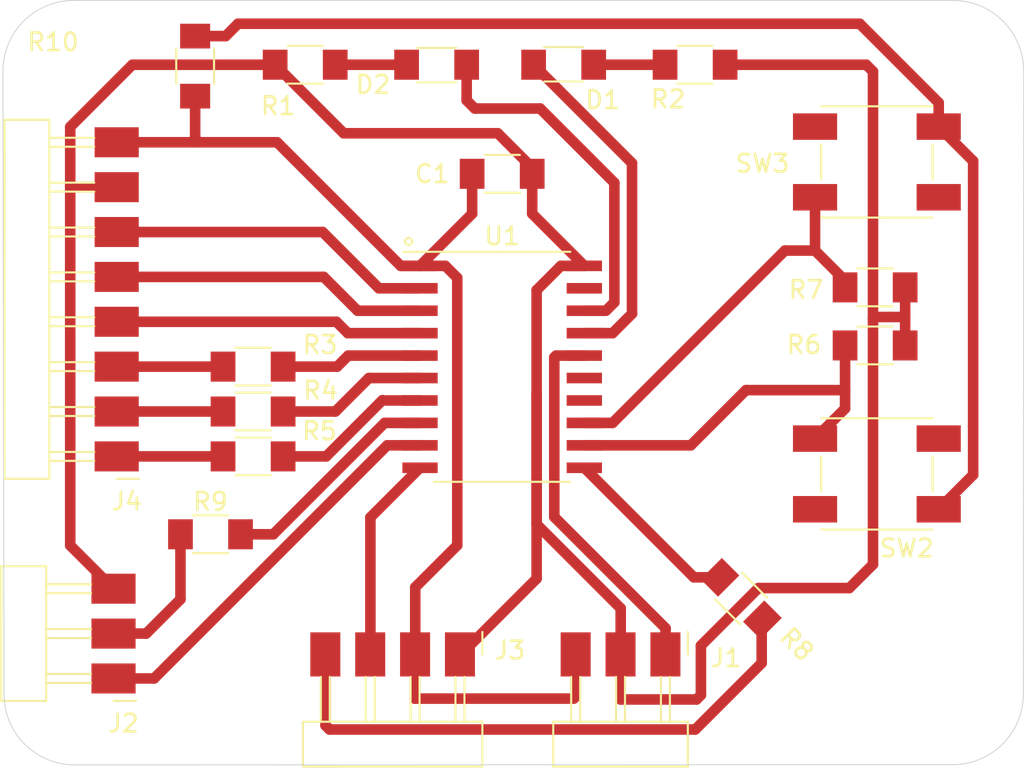
<source format=kicad_pcb>
(kicad_pcb (version 20240108) (generator "pcbnew") (generator_version "8.0")
  (layers (0 "F.Cu" signal) (31 "B.Cu" signal) (34 "B.Paste" user) (35 "F.Paste" user) (36 "B.SilkS" user "B.Silkscreen") (37 "F.SilkS" user "F.Silkscreen") (38 "B.Mask" user) (39 "F.Mask" user) (44 "Edge.Cuts" user))
  (net 0 "")
  (net 1 "UPDI")
  (net 2 "sda")
  (net 3 "scl")
  (net 4 "PA6{slash}DAC")
  (net 5 "PA5")
  (net 6 "Net-(J4-Pin_1)")
  (net 7 "PA4")
  (net 8 "Net-(J4-Pin_2)")
  (net 9 "Net-(J4-Pin_3)")
  (net 10 "Tx")
  (net 11 "Rx")
  (net 12 "led1")
  (net 13 "button1")
  (net 15 "PB5")
  (net 17 "led2")
  (net 18 "PA7")
  (net 20 "PB4")
  (net 21 "gnd")
  (net 22 "Net-(D1-K)")
  (net 23 "Net-(D2-K)")
  (net 24 "Net-(U1-PB0{slash}SCL)")
  (net 25 "Net-(U1-PB3{slash}RXD)")
  (net 26 "vcc")
  (net 27 "button2")
  (net 28 "Net-(R10-Pad2)")
  (footprint "Fabac:PinHeader_1x08_P2.54mm_Horizontal_SMD" (layer "F.Cu") (at 160.43 77.79 180)
    (property "Reference" "J4" (at -1.524 -2.54 180) (layer "F.SilkS") (effects (justify right)))
    (property "Value" "peripherals connector")
    (fp_line (start 6.35 19.05) (end 3.81 19.05) (stroke (width 0.12)) (layer "F.SilkS"))
    (fp_line (start 6.35 -1.27) (end 6.35 19.05) (stroke (width 0.12)) (layer "F.SilkS"))
    (fp_line (start 3.81 19.05) (end 3.81 -1.27) (stroke (width 0.12)) (layer "F.SilkS"))
    (fp_line (start 3.81 18.034) (end 1.27 18.034) (stroke (width 0.12)) (layer "F.SilkS"))
    (fp_line (start 3.81 17.526) (end 1.27 17.526) (stroke (width 0.12)) (layer "F.SilkS"))
    (fp_line (start 3.81 15.494) (end 1.27 15.494) (stroke (width 0.12)) (layer "F.SilkS"))
    (fp_line (start 3.81 14.986) (end 1.27 14.986) (stroke (width 0.12)) (layer "F.SilkS"))
    (fp_line (start 3.81 12.954) (end 1.27 12.954) (stroke (width 0.12)) (layer "F.SilkS"))
    (fp_line (start 3.81 12.446) (end 1.27 12.446) (stroke (width 0.12)) (layer "F.SilkS"))
    (fp_line (start 3.81 10.414) (end 1.27 10.414) (stroke (width 0.12)) (layer "F.SilkS"))
    (fp_line (start 3.81 9.906) (end 1.27 9.906) (stroke (width 0.12)) (layer "F.SilkS"))
    (fp_line (start 3.81 7.874) (end 1.27 7.874) (stroke (width 0.12)) (layer "F.SilkS"))
    (fp_line (start 3.81 7.366) (end 1.27 7.366) (stroke (width 0.12)) (layer "F.SilkS"))
    (fp_line (start 3.81 5.334) (end 1.27 5.334) (stroke (width 0.12)) (layer "F.SilkS"))
    (fp_line (start 3.81 4.826) (end 1.27 4.826) (stroke (width 0.12)) (layer "F.SilkS"))
    (fp_line (start 3.81 2.794) (end 1.27 2.794) (stroke (width 0.12)) (layer "F.SilkS"))
    (fp_line (start 3.81 2.286) (end 1.27 2.286) (stroke (width 0.12)) (layer "F.SilkS"))
    (fp_line (start 3.81 0.254) (end 1.27 0.254) (stroke (width 0.12)) (layer "F.SilkS"))
    (fp_line (start 3.81 -0.254) (end 1.27 -0.254) (stroke (width 0.12)) (layer "F.SilkS"))
    (fp_line (start 3.81 -1.27) (end 6.35 -1.27) (stroke (width 0.12)) (layer "F.SilkS"))
    (fp_line (start -1.27 -1.27) (end 0 -1.27) (stroke (width 0.12)) (layer "F.SilkS"))
    (pad "1" smd rect (at 0 0 180) (size 2.5 1.7) (layers "F.Cu" "F.Paste" "F.Mask") (net 6 "Net-(J4-Pin_1)"))
    (pad "2" smd rect (at 0 2.54 180) (size 2.5 1.7) (layers "F.Cu" "F.Paste" "F.Mask") (net 8 "Net-(J4-Pin_2)"))
    (pad "3" smd rect (at 0 5.08 180) (size 2.5 1.7) (layers "F.Cu" "F.Paste" "F.Mask") (net 9 "Net-(J4-Pin_3)"))
    (pad "4" smd rect (at 0 7.62 180) (size 2.5 1.7) (layers "F.Cu" "F.Paste" "F.Mask") (net 4 "PA6{slash}DAC"))
    (pad "5" smd rect (at 0 10.16 180) (size 2.5 1.7) (layers "F.Cu" "F.Paste" "F.Mask") (net 5 "PA5"))
    (pad "6" smd rect (at 0 12.7 180) (size 2.5 1.7) (layers "F.Cu" "F.Paste" "F.Mask") (net 7 "PA4"))
    (pad "7" smd rect (at 0 15.24 180) (size 2.5 1.7) (layers "F.Cu" "F.Paste" "F.Mask") (net 21 "gnd"))
    (pad "8" smd rect (at 0 17.78 180) (size 2.5 1.7) (layers "F.Cu" "F.Paste" "F.Mask") (net 26 "vcc"))
  )
  (footprint "Fabac:PinHeader_1x03_P2.54mm_Horizontal_SMD" (layer "F.Cu") (at 191.49 89 -90)
    (property "Reference" "J1" (at 0.2 -2.48 180) (layer "F.SilkS") (effects (justify left)))
    (property "Value" "UPDI")
    (fp_line (start 3.81 6.35) (end 3.81 -1.27) (stroke (width 0.12)) (layer "F.SilkS"))
    (fp_line (start 6.35 6.35) (end 3.81 6.35) (stroke (width 0.12)) (layer "F.SilkS"))
    (fp_line (start 3.81 5.334) (end 1.27 5.334) (stroke (width 0.12)) (layer "F.SilkS"))
    (fp_line (start 3.81 4.826) (end 1.27 4.826) (stroke (width 0.12)) (layer "F.SilkS"))
    (fp_line (start 3.81 2.794) (end 1.27 2.794) (stroke (width 0.12)) (layer "F.SilkS"))
    (fp_line (start 3.81 2.286) (end 1.27 2.286) (stroke (width 0.12)) (layer "F.SilkS"))
    (fp_line (start 3.81 0.254) (end 1.27 0.254) (stroke (width 0.12)) (layer "F.SilkS"))
    (fp_line (start 3.81 -0.254) (end 1.27 -0.254) (stroke (width 0.12)) (layer "F.SilkS"))
    (fp_line (start -1.27 -1.27) (end 0 -1.27) (stroke (width 0.12)) (layer "F.SilkS"))
    (fp_line (start 3.81 -1.27) (end 6.35 -1.27) (stroke (width 0.12)) (layer "F.SilkS"))
    (fp_line (start 6.35 -1.27) (end 6.35 6.35) (stroke (width 0.12)) (layer "F.SilkS"))
    (pad "1" smd rect (at 0 0 270) (size 2.5 1.7) (layers "F.Cu" "F.Paste" "F.Mask") (net 1 "UPDI"))
    (pad "2" smd rect (at 0 2.54 270) (size 2.5 1.7) (layers "F.Cu" "F.Paste" "F.Mask") (net 21 "gnd"))
    (pad "3" smd rect (at 0 5.08 270) (size 2.5 1.7) (layers "F.Cu" "F.Paste" "F.Mask") (net 26 "vcc"))
  )
  (footprint "Fabac:R_1206" (layer "F.Cu") (at 171.1 55.62 180)
    (property "Reference" "R1" (at 1.53 -2.34 180) (layer "F.SilkS"))
    (property "Value" "1k")
    (fp_line (start 1 1.07) (end -1 1.07) (stroke (width 0.12)) (layer "F.SilkS"))
    (fp_line (start -1 -1.07) (end 1 -1.07) (stroke (width 0.12)) (layer "F.SilkS"))
    (pad "1" smd rect (at -1.7 0 180) (size 1.4 1.7) (layers "F.Cu" "F.Paste" "F.Mask") (net 23 "Net-(D2-K)"))
    (pad "2" smd rect (at 1.7 0 180) (size 1.4 1.7) (layers "F.Cu" "F.Paste" "F.Mask") (net 21 "gnd"))
  )
  (footprint "Fabac:R_1206" (layer "F.Cu") (at 193.17 55.62)
    (property "Reference" "R2" (at -1.53 1.95 360) (layer "F.SilkS"))
    (property "Value" "1k")
    (fp_line (start -1 -1.07) (end 1 -1.07) (stroke (width 0.12)) (layer "F.SilkS"))
    (fp_line (start 1 1.07) (end -1 1.07) (stroke (width 0.12)) (layer "F.SilkS"))
    (pad "1" smd rect (at -1.7 0) (size 1.4 1.7) (layers "F.Cu" "F.Paste" "F.Mask") (net 22 "Net-(D1-K)"))
    (pad "2" smd rect (at 1.7 0) (size 1.4 1.7) (layers "F.Cu" "F.Paste" "F.Mask") (net 21 "gnd"))
  )
  (footprint "Fabac:R_1206" (layer "F.Cu") (at 168.15 75.25 180)
    (property "Reference" "R4" (at -3.82 1.19 180) (layer "F.SilkS"))
    (property "Value" "1k")
    (fp_line (start 1 1.07) (end -1 1.07) (stroke (width 0.12)) (layer "F.SilkS"))
    (fp_line (start -1 -1.07) (end 1 -1.07) (stroke (width 0.12)) (layer "F.SilkS"))
    (pad "1" smd rect (at -1.7 0 180) (size 1.4 1.7) (layers "F.Cu" "F.Paste" "F.Mask") (net 15 "PB5"))
    (pad "2" smd rect (at 1.7 0 180) (size 1.4 1.7) (layers "F.Cu" "F.Paste" "F.Mask") (net 8 "Net-(J4-Pin_2)"))
  )
  (footprint "Fabac:C_1206" (layer "F.Cu") (at 182.25 61.795)
    (property "Reference" "C1" (at -3.96 0.005 0) (layer "F.SilkS"))
    (property "Value" "1µF")
    (fp_line (start -1 -1.07) (end 1 -1.07) (stroke (width 0.12)) (layer "F.SilkS"))
    (fp_line (start 1 1.07) (end -1 1.07) (stroke (width 0.12)) (layer "F.SilkS"))
    (pad "1" smd rect (at -1.7 0) (size 1.4 1.7) (layers "F.Cu" "F.Paste" "F.Mask") (net 26 "vcc"))
    (pad "2" smd rect (at 1.7 0) (size 1.4 1.7) (layers "F.Cu" "F.Paste" "F.Mask") (net 21 "gnd"))
  )
  (footprint "Fabac:LED_1206" (layer "F.Cu") (at 178.54 55.62)
    (property "Reference" "D2" (at -3.6 1.12 360) (layer "F.SilkS"))
    (property "Value" "LED_1206")
    (fp_line (start -1.1 -0.95) (end 1.1 -0.95) (stroke (width 0.12)) (layer "F.SilkS"))
    (fp_line (start -1.1 1) (end 1.1 1) (stroke (width 0.12)) (layer "F.SilkS"))
    (pad "1" smd rect (at -1.7 0) (size 1.4 1.7) (layers "F.Cu" "F.Paste" "F.Mask") (net 23 "Net-(D2-K)"))
    (pad "2" smd rect (at 1.7 0) (size 1.4 1.7) (layers "F.Cu" "F.Paste" "F.Mask") (net 17 "led2"))
  )
  (footprint "Fabac:Button_Omron_B3SN_6.0x6.0mm" (layer "F.Cu") (at 203.46 61.123334)
    (property "Reference" "SW3" (at -6.48 0.086666 360) (layer "F.SilkS"))
    (property "Value" "Switch_Tactile_Omron")
    (fp_line (start -3.15 -3.15) (end 3.15 -3.15) (stroke (width 0.12)) (layer "F.SilkS"))
    (fp_line (start -3.15 1) (end -3.15 -1) (stroke (width 0.12)) (layer "F.SilkS"))
    (fp_line (start 3.15 -1) (end 3.15 1) (stroke (width 0.12)) (layer "F.SilkS"))
    (fp_line (start 3.15 3.15) (end -3.15 3.15) (stroke (width 0.12)) (layer "F.SilkS"))
    (pad "1" smd rect (at -3.5 -2) (size 2.5 1.5) (layers "F.Cu" "F.Paste" "F.Mask") (net 28 "Net-(R10-Pad2)"))
    (pad "1" smd rect (at 3.5 -2) (size 2.5 1.5) (layers "F.Cu" "F.Paste" "F.Mask") (net 28 "Net-(R10-Pad2)"))
    (pad "2" smd rect (at -3.5 2) (size 2.5 1.5) (layers "F.Cu" "F.Paste" "F.Mask") (net 27 "button2"))
    (pad "2" smd rect (at 3.5 2) (size 2.5 1.5) (layers "F.Cu" "F.Paste" "F.Mask") (net 27 "button2"))
  )
  (footprint "Fabac:R_1206" (layer "F.Cu") (at 164.87 55.7 90)
    (property "Reference" "R10" (at 1.36 -8.04 0) (layer "F.SilkS"))
    (property "Value" "0 Ohm")
    (fp_line (start -1 -1.07) (end 1 -1.07) (stroke (width 0.12)) (layer "F.SilkS"))
    (fp_line (start 1 1.07) (end -1 1.07) (stroke (width 0.12)) (layer "F.SilkS"))
    (pad "1" smd rect (at -1.7 0 90) (size 1.4 1.7) (layers "F.Cu" "F.Paste" "F.Mask") (net 26 "vcc"))
    (pad "2" smd rect (at 1.7 0 90) (size 1.4 1.7) (layers "F.Cu" "F.Paste" "F.Mask") (net 28 "Net-(R10-Pad2)"))
  )
  (footprint "Fabac:R_1206" (layer "F.Cu") (at 203.36 68.223334)
    (property "Reference" "R7" (at -3.91 0.136666 360) (layer "F.SilkS"))
    (property "Value" "1k")
    (fp_line (start -1 -1.07) (end 1 -1.07) (stroke (width 0.12)) (layer "F.SilkS"))
    (fp_line (start 1 1.07) (end -1 1.07) (stroke (width 0.12)) (layer "F.SilkS"))
    (pad "1" smd rect (at -1.7 0) (size 1.4 1.7) (layers "F.Cu" "F.Paste" "F.Mask") (net 27 "button2"))
    (pad "2" smd rect (at 1.7 0) (size 1.4 1.7) (layers "F.Cu" "F.Paste" "F.Mask") (net 21 "gnd"))
  )
  (footprint "Fabac:R_1206" (layer "F.Cu") (at 195.777918 85.837914 135)
    (property "Reference" "R8" (at -4.06174 0.395977 315) (layer "F.SilkS"))
    (property "Value" "0 Ohm")
    (fp_line (start -1 -1.07) (end 1 -1.07) (stroke (width 0.12)) (layer "F.SilkS"))
    (fp_line (start 1 1.07) (end -1 1.07) (stroke (width 0.12)) (layer "F.SilkS"))
    (pad "1" smd rect (at -1.700001 0 135) (size 1.4 1.7) (layers "F.Cu" "F.Paste" "F.Mask") (net 3 "scl"))
    (pad "2" smd rect (at 1.700001 0 135) (size 1.4 1.7) (layers "F.Cu" "F.Paste" "F.Mask") (net 24 "Net-(U1-PB0{slash}SCL)"))
  )
  (footprint "Fabac:LED_1206" (layer "F.Cu") (at 185.73 55.62 180)
    (property "Reference" "D1" (at -2.21 -1.99 180) (layer "F.SilkS"))
    (property "Value" "LED_1206")
    (fp_line (start -1.1 1) (end 1.1 1) (stroke (width 0.12)) (layer "F.SilkS"))
    (fp_line (start -1.1 -0.95) (end 1.1 -0.95) (stroke (width 0.12)) (layer "F.SilkS"))
    (pad "1" smd rect (at -1.7 0 180) (size 1.4 1.7) (layers "F.Cu" "F.Paste" "F.Mask") (net 22 "Net-(D1-K)"))
    (pad "2" smd rect (at 1.7 0 180) (size 1.4 1.7) (layers "F.Cu" "F.Paste" "F.Mask") (net 12 "led1"))
  )
  (footprint "Fabac:R_1206" (layer "F.Cu") (at 168.15 72.71 180)
    (property "Reference" "R3" (at -3.79 1.24 180) (layer "F.SilkS"))
    (property "Value" "1k")
    (fp_line (start 1 1.07) (end -1 1.07) (stroke (width 0.12)) (layer "F.SilkS"))
    (fp_line (start -1 -1.07) (end 1 -1.07) (stroke (width 0.12)) (layer "F.SilkS"))
    (pad "1" smd rect (at -1.7 0 180) (size 1.4 1.7) (layers "F.Cu" "F.Paste" "F.Mask") (net 18 "PA7"))
    (pad "2" smd rect (at 1.7 0 180) (size 1.4 1.7) (layers "F.Cu" "F.Paste" "F.Mask") (net 9 "Net-(J4-Pin_3)"))
  )
  (footprint "Fabac:PinHeader_1x04_P2.54mm_Horizontal_SMD" (layer "F.Cu") (at 179.86 89 -90)
    (property "Reference" "J3" (at -0.23 -1.87 180) (layer "F.SilkS") (effects (justify left)))
    (property "Value" "I2C Output")
    (fp_line (start 3.81 8.89) (end 3.81 -1.27) (stroke (width 0.12)) (layer "F.SilkS"))
    (fp_line (start 6.35 8.89) (end 3.81 8.89) (stroke (width 0.12)) (layer "F.SilkS"))
    (fp_line (start 3.81 7.874) (end 1.27 7.874) (stroke (width 0.12)) (layer "F.SilkS"))
    (fp_line (start 3.81 7.366) (end 1.27 7.366) (stroke (width 0.12)) (layer "F.SilkS"))
    (fp_line (start 3.81 5.334) (end 1.27 5.334) (stroke (width 0.12)) (layer "F.SilkS"))
    (fp_line (start 3.81 4.826) (end 1.27 4.826) (stroke (width 0.12)) (layer "F.SilkS"))
    (fp_line (start 3.81 2.794) (end 1.27 2.794) (stroke (width 0.12)) (layer "F.SilkS"))
    (fp_line (start 3.81 2.286) (end 1.27 2.286) (stroke (width 0.12)) (layer "F.SilkS"))
    (fp_line (start 3.81 0.254) (end 1.27 0.254) (stroke (width 0.12)) (layer "F.SilkS"))
    (fp_line (start 3.81 -0.254) (end 1.27 -0.254) (stroke (width 0.12)) (layer "F.SilkS"))
    (fp_line (start -1.27 -1.27) (end 0 -1.27) (stroke (width 0.12)) (layer "F.SilkS"))
    (fp_line (start 3.81 -1.27) (end 6.35 -1.27) (stroke (width 0.12)) (layer "F.SilkS"))
    (fp_line (start 6.35 -1.27) (end 6.35 8.89) (stroke (width 0.12)) (layer "F.SilkS"))
    (pad "1" smd rect (at 0 0 270) (size 2.5 1.7) (layers "F.Cu" "F.Paste" "F.Mask") (net 21 "gnd"))
    (pad "2" smd rect (at 0 2.54 270) (size 2.5 1.7) (layers "F.Cu" "F.Paste" "F.Mask") (net 26 "vcc"))
    (pad "3" smd rect (at 0 5.08 270) (size 2.5 1.7) (layers "F.Cu" "F.Paste" "F.Mask") (net 2 "sda"))
    (pad "4" smd rect (at 0 7.62 270) (size 2.5 1.7) (layers "F.Cu" "F.Paste" "F.Mask") (net 3 "scl"))
  )
  (footprint "Fabac:Button_Omron_B3SN_6.0x6.0mm" (layer "F.Cu") (at 203.46 78.783334 180)
    (property "Reference" "SW2" (at -1.69 -4.206666 180) (layer "F.SilkS"))
    (property "Value" "Switch_Tactile_Omron")
    (fp_line (start 3.15 3.15) (end -3.15 3.15) (stroke (width 0.12)) (layer "F.SilkS"))
    (fp_line (start 3.15 -1) (end 3.15 1) (stroke (width 0.12)) (layer "F.SilkS"))
    (fp_line (start -3.15 1) (end -3.15 -1) (stroke (width 0.12)) (layer "F.SilkS"))
    (fp_line (start -3.15 -3.15) (end 3.15 -3.15) (stroke (width 0.12)) (layer "F.SilkS"))
    (pad "1" smd rect (at -3.5 -2 180) (size 2.5 1.5) (layers "F.Cu" "F.Paste" "F.Mask") (net 28 "Net-(R10-Pad2)"))
    (pad "1" smd rect (at 3.5 -2 180) (size 2.5 1.5) (layers "F.Cu" "F.Paste" "F.Mask") (net 28 "Net-(R10-Pad2)"))
    (pad "2" smd rect (at -3.5 2 180) (size 2.5 1.5) (layers "F.Cu" "F.Paste" "F.Mask") (net 13 "button1"))
    (pad "2" smd rect (at 3.5 2 180) (size 2.5 1.5) (layers "F.Cu" "F.Paste" "F.Mask") (net 13 "button1"))
  )
  (footprint "Fabac:SOIC-20_7.5x12.8mm_P1.27mm" (layer "F.Cu") (at 182.25 72.72)
    (property "Reference" "U1" (at 0 -7.4 0) (layer "F.SilkS"))
    (property "Value" "Microcontroller_ATtiny3216-SFR")
    (fp_line (start 0 -6.51) (end -5.6 -6.51) (stroke (width 0.12)) (layer "F.SilkS"))
    (fp_line (start 0 -6.51) (end 3.86 -6.51) (stroke (width 0.12)) (layer "F.SilkS"))
    (fp_line (start 0 6.51) (end -3.86 6.51) (stroke (width 0.12)) (layer "F.SilkS"))
    (fp_line (start 0 6.51) (end 3.86 6.51) (stroke (width 0.12)) (layer "F.SilkS"))
    (fp_circle (center -5.3 -7.1) (end -5.1 -7.1) (stroke (width 0.12)) (fill none) (layer "F.SilkS"))
    (pad "1" smd rect (at -4.65 -5.715) (size 2 0.6) (layers "F.Cu" "F.Paste" "F.Mask") (net 26 "vcc"))
    (pad "2" smd rect (at -4.65 -4.445) (size 2 0.6) (layers "F.Cu" "F.Paste" "F.Mask") (net 7 "PA4"))
    (pad "3" smd rect (at -4.65 -3.175) (size 2 0.6) (layers "F.Cu" "F.Paste" "F.Mask") (net 5 "PA5"))
    (pad "4" smd rect (at -4.65 -1.905) (size 2 0.6) (layers "F.Cu" "F.Paste" "F.Mask") (net 4 "PA6{slash}DAC"))
    (pad "5" smd rect (at -4.65 -0.635) (size 2 0.6) (layers "F.Cu" "F.Paste" "F.Mask") (net 18 "PA7"))
    (pad "6" smd rect (at -4.65 0.635) (size 2 0.6) (layers "F.Cu" "F.Paste" "F.Mask") (net 15 "PB5"))
    (pad "7" smd rect (at -4.65 1.905) (size 2 0.6) (layers "F.Cu" "F.Paste" "F.Mask") (net 20 "PB4"))
    (pad "8" smd rect (at -4.65 3.175) (size 2 0.6) (layers "F.Cu" "F.Paste" "F.Mask") (net 25 "Net-(U1-PB3{slash}RXD)"))
    (pad "9" smd rect (at -4.65 4.445) (size 2 0.6) (layers "F.Cu" "F.Paste" "F.Mask") (net 10 "Tx"))
    (pad "10" smd rect (at -4.65 5.715) (size 2 0.6) (layers "F.Cu" "F.Paste" "F.Mask") (net 2 "sda"))
    (pad "11" smd rect (at 4.65 5.715) (size 2 0.6) (layers "F.Cu" "F.Paste" "F.Mask") (net 24 "Net-(U1-PB0{slash}SCL)"))
    (pad "12" smd rect (at 4.65 4.445) (size 2 0.6) (layers "F.Cu" "F.Paste" "F.Mask") (net 13 "button1"))
    (pad "13" smd rect (at 4.65 3.175) (size 2 0.6) (layers "F.Cu" "F.Paste" "F.Mask") (net 27 "button2"))
    (pad "14" smd rect (at 4.65 1.905) (size 2 0.6) (layers "F.Cu" "F.Paste" "F.Mask"))
    (pad "15" smd rect (at 4.65 0.635) (size 2 0.6) (layers "F.Cu" "F.Paste" "F.Mask"))
    (pad "16" smd rect (at 4.65 -0.635) (size 2 0.6) (layers "F.Cu" "F.Paste" "F.Mask") (net 1 "UPDI"))
    (pad "17" smd rect (at 4.65 -1.905) (size 2 0.6) (layers "F.Cu" "F.Paste" "F.Mask") (net 12 "led1"))
    (pad "18" smd rect (at 4.65 -3.175) (size 2 0.6) (layers "F.Cu" "F.Paste" "F.Mask") (net 17 "led2"))
    (pad "19" smd rect (at 4.65 -4.445) (size 2 0.6) (layers "F.Cu" "F.Paste" "F.Mask"))
    (pad "20" smd rect (at 4.65 -5.715) (size 2 0.6) (layers "F.Cu" "F.Paste" "F.Mask") (net 21 "gnd"))
  )
  (footprint "Fabac:PinHeader_1x03_P2.54mm_Horizontal_SMD" (layer "F.Cu") (at 160.25 90.36 180)
    (property "Reference" "J2" (at -1.524 -2.54 180) (layer "F.SilkS") (effects (justify right)))
    (property "Value" "UART")
    (fp_line (start 6.35 6.35) (end 3.81 6.35) (stroke (width 0.12)) (layer "F.SilkS"))
    (fp_line (start 6.35 -1.27) (end 6.35 6.35) (stroke (width 0.12)) (layer "F.SilkS"))
    (fp_line (start 3.81 6.35) (end 3.81 -1.27) (stroke (width 0.12)) (layer "F.SilkS"))
    (fp_line (start 3.81 5.334) (end 1.27 5.334) (stroke (width 0.12)) (layer "F.SilkS"))
    (fp_line (start 3.81 4.826) (end 1.27 4.826) (stroke (width 0.12)) (layer "F.SilkS"))
    (fp_line (start 3.81 2.794) (end 1.27 2.794) (stroke (width 0.12)) (layer "F.SilkS"))
    (fp_line (start 3.81 2.286) (end 1.27 2.286) (stroke (width 0.12)) (layer "F.SilkS"))
    (fp_line (start 3.81 0.254) (end 1.27 0.254) (stroke (width 0.12)) (layer "F.SilkS"))
    (fp_line (start 3.81 -0.254) (end 1.27 -0.254) (stroke (width 0.12)) (layer "F.SilkS"))
    (fp_line (start 3.81 -1.27) (end 6.35 -1.27) (stroke (width 0.12)) (layer "F.SilkS"))
    (fp_line (start -1.27 -1.27) (end 0 -1.27) (stroke (width 0.12)) (layer "F.SilkS"))
    (pad "1" smd rect (at 0 0 180) (size 2.5 1.7) (layers "F.Cu" "F.Paste" "F.Mask") (net 10 "Tx"))
    (pad "2" smd rect (at 0 2.54 180) (size 2.5 1.7) (layers "F.Cu" "F.Paste" "F.Mask") (net 11 "Rx"))
    (pad "3" smd rect (at 0 5.08 180) (size 2.5 1.7) (layers "F.Cu" "F.Paste" "F.Mask") (net 21 "gnd"))
  )
  (footprint "Fabac:R_1206" (layer "F.Cu") (at 203.36 71.51)
    (property "Reference" "R6" (at -4.03 -0.04 360) (layer "F.SilkS"))
    (property "Value" "1k")
    (fp_line (start -1 -1.07) (end 1 -1.07) (stroke (width 0.12)) (layer "F.SilkS"))
    (fp_line (start 1 1.07) (end -1 1.07) (stroke (width 0.12)) (layer "F.SilkS"))
    (pad "1" smd rect (at -1.7 0) (size 1.4 1.7) (layers "F.Cu" "F.Paste" "F.Mask") (net 13 "button1"))
    (pad "2" smd rect (at 1.7 0) (size 1.4 1.7) (layers "F.Cu" "F.Paste" "F.Mask") (net 21 "gnd"))
  )
  (footprint "Fabac:R_1206" (layer "F.Cu") (at 168.15 77.79 180)
    (property "Reference" "R5" (at -3.76 1.43 180) (layer "F.SilkS"))
    (property "Value" "1k")
    (fp_line (start 1 1.07) (end -1 1.07) (stroke (width 0.12)) (layer "F.SilkS"))
    (fp_line (start -1 -1.07) (end 1 -1.07) (stroke (width 0.12)) (layer "F.SilkS"))
    (pad "1" smd rect (at -1.7 0 180) (size 1.4 1.7) (layers "F.Cu" "F.Paste" "F.Mask") (net 20 "PB4"))
    (pad "2" smd rect (at 1.7 0 180) (size 1.4 1.7) (layers "F.Cu" "F.Paste" "F.Mask") (net 6 "Net-(J4-Pin_1)"))
  )
  (footprint "Fabac:R_1206" (layer "F.Cu") (at 165.74 82.2)
    (property "Reference" "R9" (at 0 -1.85 0) (layer "F.SilkS"))
    (property "Value" "1k")
    (fp_line (start -1 -1.07) (end 1 -1.07) (stroke (width 0.12)) (layer "F.SilkS"))
    (fp_line (start 1 1.07) (end -1 1.07) (stroke (width 0.12)) (layer "F.SilkS"))
    (pad "1" smd rect (at -1.7 0) (size 1.4 1.7) (layers "F.Cu" "F.Paste" "F.Mask") (net 11 "Rx"))
    (pad "2" smd rect (at 1.7 0) (size 1.4 1.7) (layers "F.Cu" "F.Paste" "F.Mask") (net 25 "Net-(U1-PB3{slash}RXD)"))
  )
  (gr_arc (start 207.771573 51.981573) (mid 210.6 53.153146) (end 211.771573 55.981573) (stroke (width 0.05)) (layer "Edge.Cuts"))
  (gr_arc (start 153.991573 55.981573) (mid 155.163146 53.153146) (end 157.991573 51.981573) (stroke (width 0.05)) (layer "Edge.Cuts"))
  (gr_line (start 207.75 95.24) (end 158.051573 95.251573) (stroke (width 0.05)) (layer "Edge.Cuts"))
  (gr_arc (start 158.051573 95.251573) (mid 155.223146 94.08) (end 154.051573 91.251573) (stroke (width 0.05)) (layer "Edge.Cuts"))
  (gr_line (start 157.991573 51.981573) (end 207.771573 51.981573) (stroke (width 0.05)) (layer "Edge.Cuts"))
  (gr_arc (start 211.75 91.24) (mid 210.578427 94.068427) (end 207.75 95.24) (stroke (width 0.05)) (layer "Edge.Cuts"))
  (gr_line (start 211.771573 55.981573) (end 211.75 91.24) (stroke (width 0.05)) (layer "Edge.Cuts"))
  (gr_line (start 153.991573 55.981573) (end 154.051573 91.251573) (stroke (width 0.05)) (layer "Edge.Cuts"))
  (segment (start 185.2 81.22) (end 191.5 87.52) (width 0.6) (layer "F.Cu") (net 1))
  (segment (start 186.9 72.085) (end 185.3 72.085) (width 0.6) (layer "F.Cu") (net 1))
  (segment (start 185.3 72.085) (end 185.2 72.185) (width 0.6) (layer "F.Cu") (net 1))
  (segment (start 185.2 72.185) (end 185.2 81.22) (width 0.6) (layer "F.Cu") (net 1))
  (segment (start 191.5 87.52) (end 191.5 89.04) (width 0.6) (layer "F.Cu") (net 1))
  (segment (start 177.6 78.435) (end 174.79 81.245) (width 0.6) (layer "F.Cu") (net 2))
  (segment (start 174.79 81.245) (end 174.79 89.04) (width 0.6) (layer "F.Cu") (net 2))
  (segment (start 196.94 89.49) (end 193.18 93.25) (width 0.6) (layer "F.Cu") (net 3))
  (segment (start 172.48 93.25) (end 172.25 93.02) (width 0.6) (layer "F.Cu") (net 3))
  (segment (start 196.94 87.17) (end 196.94 89.49) (width 0.6) (layer "F.Cu") (net 3))
  (segment (start 193.18 93.25) (end 172.48 93.25) (width 0.6) (layer "F.Cu") (net 3))
  (segment (start 196.98 87.039996) (end 196.98 87.13) (width 0.6) (layer "F.Cu") (net 3))
  (segment (start 172.25 93.02) (end 172.25 89.04) (width 0.6) (layer "F.Cu") (net 3))
  (segment (start 196.98 87.13) (end 196.94 87.17) (width 0.6) (layer "F.Cu") (net 3))
  (segment (start 160.43 70.17) (end 172.87 70.17) (width 0.6) (layer "F.Cu") (net 4))
  (segment (start 172.87 70.17) (end 173.515 70.815) (width 0.6) (layer "F.Cu") (net 4))
  (segment (start 173.515 70.815) (end 177.6 70.815) (width 0.6) (layer "F.Cu") (net 4))
  (segment (start 172.15 67.63) (end 174.065 69.545) (width 0.6) (layer "F.Cu") (net 5))
  (segment (start 174.065 69.545) (end 177.6 69.545) (width 0.6) (layer "F.Cu") (net 5))
  (segment (start 160.43 67.63) (end 172.15 67.63) (width 0.6) (layer "F.Cu") (net 5))
  (segment (start 166.45 77.79) (end 160.43 77.79) (width 0.6) (layer "F.Cu") (net 6))
  (segment (start 177.6 68.275) (end 175.275 68.275) (width 0.6) (layer "F.Cu") (net 7))
  (segment (start 172.09 65.09) (end 160.43 65.09) (width 0.6) (layer "F.Cu") (net 7))
  (segment (start 175.275 68.275) (end 172.09 65.09) (width 0.6) (layer "F.Cu") (net 7))
  (segment (start 166.45 75.25) (end 160.43 75.25) (width 0.6) (layer "F.Cu") (net 8))
  (segment (start 166.45 72.71) (end 160.43 72.71) (width 0.6) (layer "F.Cu") (net 9))
  (segment (start 175.743428 77.165) (end 177.6 77.165) (width 0.6) (layer "F.Cu") (net 10))
  (segment (start 162.548428 90.36) (end 175.743428 77.165) (width 0.6) (layer "F.Cu") (net 10))
  (segment (start 160.25 90.36) (end 162.548428 90.36) (width 0.6) (layer "F.Cu") (net 10))
  (segment (start 164.04 82.2) (end 164.04 85.88) (width 0.6) (layer "F.Cu") (net 11))
  (segment (start 164.04 85.88) (end 162.1 87.82) (width 0.6) (layer "F.Cu") (net 11))
  (segment (start 162.1 87.82) (end 160.25 87.82) (width 0.6) (layer "F.Cu") (net 11))
  (segment (start 189.6 69.715) (end 189.6 61.19) (width 0.6) (layer "F.Cu") (net 12))
  (segment (start 188.5 70.815) (end 189.6 69.715) (width 0.6) (layer "F.Cu") (net 12))
  (segment (start 186.9 70.815) (end 188.5 70.815) (width 0.6) (layer "F.Cu") (net 12))
  (segment (start 189.6 61.19) (end 184.03 55.62) (width 0.6) (layer "F.Cu") (net 12))
  (segment (start 201.64 74.04) (end 201.66 74.06) (width 0.6) (layer "F.Cu") (net 13))
  (segment (start 192.925 77.165) (end 196.05 74.04) (width 0.6) (layer "F.Cu") (net 13))
  (segment (start 201.66 75.083334) (end 199.96 76.783334) (width 0.6) (layer "F.Cu") (net 13))
  (segment (start 196.05 74.04) (end 201.64 74.04) (width 0.6) (layer "F.Cu") (net 13))
  (segment (start 201.66 74.06) (end 201.66 75.083334) (width 0.6) (layer "F.Cu") (net 13))
  (segment (start 201.66 71.51) (end 201.66 74.06) (width 0.6) (layer "F.Cu") (net 13))
  (segment (start 186.9 77.165) (end 192.925 77.165) (width 0.6) (layer "F.Cu") (net 13))
  (segment (start 172.845 75.215) (end 174.705 73.355) (width 0.6) (layer "F.Cu") (net 15))
  (segment (start 172.81 75.25) (end 172.845 75.215) (width 0.6) (layer "F.Cu") (net 15))
  (segment (start 174.705 73.355) (end 177.6 73.355) (width 0.6) (layer "F.Cu") (net 15))
  (segment (start 169.85 75.25) (end 172.81 75.25) (width 0.6) (layer "F.Cu") (net 15))
  (segment (start 184.4 58.1) (end 188.6 62.3) (width 0.6) (layer "F.Cu") (net 17))
  (segment (start 180.24 57.64) (end 180.7 58.1) (width 0.6) (layer "F.Cu") (net 17))
  (segment (start 180.24 55.62) (end 180.24 57.64) (width 0.6) (layer "F.Cu") (net 17))
  (segment (start 180.7 58.1) (end 184.4 58.1) (width 0.6) (layer "F.Cu") (net 17))
  (segment (start 188.6 69.07) (end 188.125 69.545) (width 0.6) (layer "F.Cu") (net 17))
  (segment (start 180.24 55.62) (end 180.33 55.62) (width 0.6) (layer "F.Cu") (net 17))
  (segment (start 188.6 62.3) (end 188.6 69.07) (width 0.6) (layer "F.Cu") (net 17))
  (segment (start 188.125 69.545) (end 186.9 69.545) (width 0.6) (layer "F.Cu") (net 17))
  (segment (start 169.85 72.71) (end 172.91 72.71) (width 0.6) (layer "F.Cu") (net 18))
  (segment (start 172.91 72.71) (end 173.535 72.085) (width 0.6) (layer "F.Cu") (net 18))
  (segment (start 173.535 72.085) (end 177.6 72.085) (width 0.6) (layer "F.Cu") (net 18))
  (segment (start 175.485 74.625) (end 175.47 74.61) (width 0.6) (layer "F.Cu") (net 20))
  (segment (start 172.29 77.79) (end 169.85 77.79) (width 0.6) (layer "F.Cu") (net 20))
  (segment (start 175.47 74.61) (end 172.29 77.79) (width 0.6) (layer "F.Cu") (net 20))
  (segment (start 177.6 74.625) (end 175.485 74.625) (width 0.6) (layer "F.Cu") (net 20))
  (segment (start 203.34 69.9) (end 203.24 70) (width 0.6) (layer "F.Cu") (net 21))
  (segment (start 203.24 70) (end 203.24 56.003334) (width 0.6) (layer "F.Cu") (net 21))
  (segment (start 193.25 91.55) (end 188.95 91.55) (width 0.6) (layer "F.Cu") (net 21))
  (segment (start 203.24 56.003334) (end 202.856666 55.62) (width 0.6) (layer "F.Cu") (net 21))
  (segment (start 157.8 62.5) (end 157.8 82.83) (width 0.6) (layer "F.Cu") (net 21))
  (segment (start 184.2 81.634214) (end 184.2 74.19) (width 0.6) (layer "F.Cu") (net 21))
  (segment (start 169.45 55.62) (end 169.4 55.62) (width 0.6) (layer "F.Cu") (net 21))
  (segment (start 157.8 59.14) (end 161.32 55.62) (width 0.6) (layer "F.Cu") (net 21))
  (segment (start 161.32 55.62) (end 169.4 55.62) (width 0.6) (layer "F.Cu") (net 21))
  (segment (start 188.96 86.394214) (end 188.96 89.04) (width 0.6) (layer "F.Cu") (net 21))
  (segment (start 183.95 64.055) (end 186.9 67.005) (width 0.6) (layer "F.Cu") (net 21))
  (segment (start 188.95 89) (end 188.95 91.55) (width 0.6) (layer "F.Cu") (net 21))
  (segment (start 188.95 89.03) (end 188.96 89.04) (width 0.6) (layer "F.Cu") (net 21))
  (segment (start 182 59.5) (end 173.28 59.5) (width 0.6) (layer "F.Cu") (net 21))
  (segment (start 183.95 61.45) (end 182 59.5) (width 0.6) (layer "F.Cu") (net 21))
  (segment (start 179.87 89.04) (end 184.2 84.71) (width 0.6) (layer "F.Cu") (net 21))
  (segment (start 188.96 86.394214) (end 184.2 81.634214) (width 0.6) (layer "F.Cu") (net 21))
  (segment (start 157.85 62.55) (end 160.43 62.55) (width 0.6) (layer "F.Cu") (net 21))
  (segment (start 184.2 68.38) (end 185.575 67.005) (width 0.6) (layer "F.Cu") (net 21))
  (segment (start 205.06 69.9) (end 205.06 71.51) (width 0.6) (layer "F.Cu") (net 21))
  (segment (start 203.24 83.903334) (end 203.24 70) (width 0.6) (layer "F.Cu") (net 21))
  (segment (start 188.95 89) (end 188.95 89.03) (width 0.6) (layer "F.Cu") (net 21))
  (segment (start 157.8 59.14) (end 157.8 62.5) (width 0.6) (layer "F.Cu") (net 21))
  (segment (start 184.2 84.71) (end 184.2 74.19) (width 0.6) (layer "F.Cu") (net 21))
  (segment (start 193.5 91.3) (end 193.25 91.55) (width 0.6) (layer "F.Cu") (net 21))
  (segment (start 173.28 59.5) (end 169.4 55.62) (width 0.6) (layer "F.Cu") (net 21))
  (segment (start 183.95 61.795) (end 183.95 61.45) (width 0.6) (layer "F.Cu") (net 21))
  (segment (start 157.8 62.5) (end 157.85 62.55) (width 0.6) (layer "F.Cu") (net 21))
  (segment (start 201.899354 85.24398) (end 196.75602 85.24398) (width 0.6) (layer "F.Cu") (net 21))
  (segment (start 196.75602 85.24398) (end 193.5 88.5) (width 0.6) (layer "F.Cu") (net 21))
  (segment (start 193.5 88.5) (end 193.5 91.3) (width 0.6) (layer "F.Cu") (net 21))
  (segment (start 185.575 67.005) (end 186.9 67.005) (width 0.6) (layer "F.Cu") (net 21))
  (segment (start 184.2 74.19) (end 184.2 68.38) (width 0.6) (layer "F.Cu") (net 21))
  (segment (start 183.95 61.795) (end 183.95 64.055) (width 0.6) (layer "F.Cu") (net 21))
  (segment (start 205.06 68.223334) (end 205.06 69.9) (width 0.6) (layer "F.Cu") (net 21))
  (segment (start 205.06 69.9) (end 203.34 69.9) (width 0.6) (layer "F.Cu") (net 21))
  (segment (start 203.24 83.903334) (end 201.899354 85.24398) (width 0.6) (layer "F.Cu") (net 21))
  (segment (start 202.856666 55.62) (end 194.87 55.62) (width 0.6) (layer "F.Cu") (net 21))
  (segment (start 160.25 85.28) (end 157.8 82.83) (width 0.6) (layer "F.Cu") (net 21))
  (segment (start 187.43 55.62) (end 191.47 55.62) (width 0.6) (layer "F.Cu") (net 22))
  (segment (start 176.84 55.62) (end 172.8 55.62) (width 0.6) (layer "F.Cu") (net 23))
  (segment (start 193.100832 84.635832) (end 194.575836 84.635832) (width 0.6) (layer "F.Cu") (net 24))
  (segment (start 186.9 78.435) (end 193.100832 84.635832) (width 0.6) (layer "F.Cu") (net 24))
  (segment (start 169.294214 82.2) (end 167.44 82.2) (width 0.6) (layer "F.Cu") (net 25))
  (segment (start 175.599214 75.895) (end 169.294214 82.2) (width 0.6) (layer "F.Cu") (net 25))
  (segment (start 177.6 75.895) (end 175.599214 75.895) (width 0.6) (layer "F.Cu") (net 25))
  (segment (start 177.6 67.005) (end 176.505 67.005) (width 0.6) (layer "F.Cu") (net 26))
  (segment (start 186.3 91.5) (end 186.41 91.39) (width 0.6) (layer "F.Cu") (net 26))
  (segment (start 164.87 57.4) (end 164.87 59.8) (width 0.6) (layer "F.Cu") (net 26))
  (segment (start 186.41 91.39) (end 186.41 89) (width 0.6) (layer "F.Cu") (net 26))
  (segment (start 176.505 67.005) (end 169.51 60.01) (width 0.6) (layer "F.Cu") (net 26))
  (segment (start 177.6 67.005) (end 179.03 67.005) (width 0.6) (layer "F.Cu") (net 26))
  (segment (start 177.32 89) (end 177.32 91.48) (width 0.6) (layer "F.Cu") (net 26))
  (segment (start 179.709315 82.820685) (end 177.33 85.2) (width 0.6) (layer "F.Cu") (net 26))
  (segment (start 179.03 67.005) (end 179.709315 67.684315) (width 0.6) (layer "F.Cu") (net 26))
  (segment (start 164.87 59.8) (end 165.08 60.01) (width 0.6) (layer "F.Cu") (net 26))
  (segment (start 177.32 91.48) (end 177.3 91.5) (width 0.6) (layer "F.Cu") (net 26))
  (segment (start 177.3 91.5) (end 186.3 91.5) (width 0.6) (layer "F.Cu") (net 26))
  (segment (start 169.51 60.01) (end 165.08 60.01) (width 0.6) (layer "F.Cu") (net 26))
  (segment (start 180.55 61.795) (end 180.55 64.055) (width 0.6) (layer "F.Cu") (net 26))
  (segment (start 180.55 64.055) (end 177.6 67.005) (width 0.6) (layer "F.Cu") (net 26))
  (segment (start 179.709315 67.684315) (end 179.709315 82.820685) (width 0.6) (layer "F.Cu") (net 26))
  (segment (start 177.33 85.2) (end 177.33 89.04) (width 0.6) (layer "F.Cu") (net 26))
  (segment (start 165.08 60.01) (end 160.43 60.01) (width 0.6) (layer "F.Cu") (net 26))
  (segment (start 199.96 63.123334) (end 199.96 66.14) (width 0.6) (layer "F.Cu") (net 27))
  (segment (start 201.66 67.84) (end 201.66 68.223334) (width 0.6) (layer "F.Cu") (net 27))
  (segment (start 188.5 75.895) (end 198.255 66.14) (width 0.6) (layer "F.Cu") (net 27))
  (segment (start 198.255 66.14) (end 199.96 66.14) (width 0.6) (layer "F.Cu") (net 27))
  (segment (start 199.96 66.14) (end 201.66 67.84) (width 0.6) (layer "F.Cu") (net 27))
  (segment (start 188.5 75.895) (end 186.9 75.895) (width 0.6) (layer "F.Cu") (net 27))
  (segment (start 166.6 54) (end 167.3 53.3) (width 0.6) (layer "F.Cu") (net 28))
  (segment (start 164.87 54) (end 166.6 54) (width 0.6) (layer "F.Cu") (net 28))
  (segment (start 167.3 53.3) (end 202.486666 53.3) (width 0.6) (layer "F.Cu") (net 28))
  (segment (start 208.91 78.833334) (end 206.96 80.783334) (width 0.6) (layer "F.Cu") (net 28))
  (segment (start 202.486666 53.3) (end 206.96 57.773334) (width 0.6) (layer "F.Cu") (net 28))
  (segment (start 208.91 61.073334) (end 208.91 78.833334) (width 0.6) (layer "F.Cu") (net 28))
  (segment (start 206.96 57.773334) (end 206.96 59.123334) (width 0.6) (layer "F.Cu") (net 28))
  (segment (start 206.96 59.123334) (end 208.91 61.073334) (width 0.6) (layer "F.Cu") (net 28))
)
</source>
